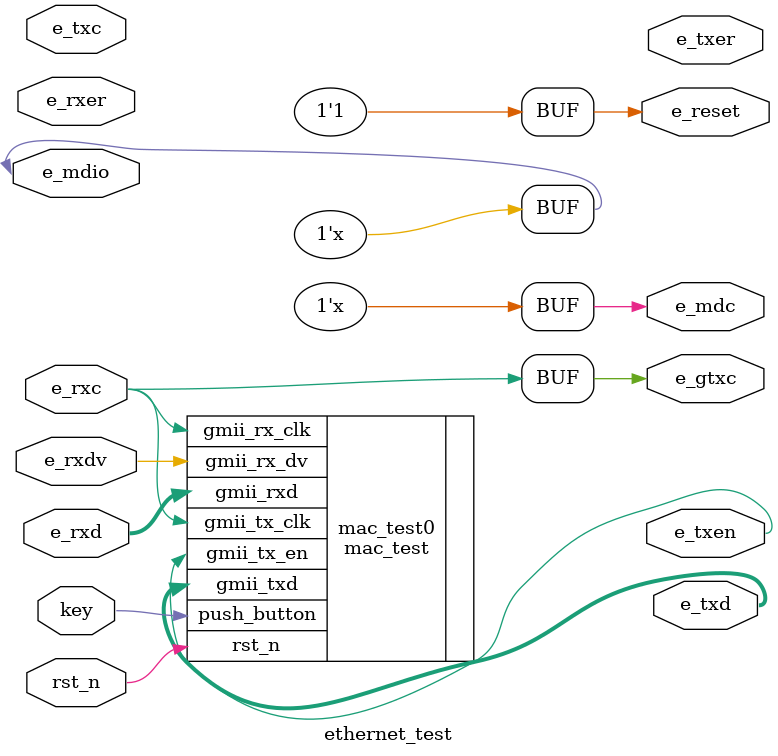
<source format=v>
`timescale 1ns / 1ps  
module ethernet_test
(
    input       key,
    input       rst_n,
	output      e_reset,
    output       e_mdc,                      //MDIOµÄÊ±ÖÓÐÅºÅ£¬ÓÃÓÚ¶ÁÐ´PHYµÄ¼Ä´æÆ÷
    inout        e_mdio,                     //MDIOµÄÊý¾ÝÐÅºÅ£¬ÓÃÓÚ¶ÁÐ´PHYµÄ¼Ä´æÆ÷ 
	input	    e_rxc,                          ////125Mhz ethernet gmii rx clock
    input       e_rxdv,                        //GMII ½ÓÊÕÊý¾ÝÓÐÐ§ÐÅºÅ
    input       e_rxer,                        //GMII ½ÓÊÕÊý¾Ý´íÎóÐÅºÅ                    
    input [7:0] e_rxd,                         //GMII ½ÓÊÕÊý¾Ý          

    input       e_txc,                      //25Mhz ethernet mii tx clock         
    output      e_gtxc,                     //125Mhz ethernet gmii tx clock  
    output      e_txen,                     //GMII ·¢ËÍÊý¾ÝÓÐÐ§ÐÅºÅ    
    output      e_txer,                     //GMII ·¢ËÍÊý¾Ý´íÎóÐÅºÅ                    
    output[7:0] e_txd                      //GMII ·¢ËÍÊý¾Ý 
);

assign e_gtxc=e_rxc;	 
assign e_reset = 1'b1; 

assign  e_mdc=1'bz;
assign  e_mdio=1'bz;
mac_test mac_test0
(
    .gmii_tx_clk            (e_gtxc),
    .gmii_rx_clk            (e_rxc) ,
    .rst_n                  (rst_n),
    .push_button            (key),
    .gmii_rx_dv             (e_rxdv),
    .gmii_rxd               (e_rxd),
    .gmii_tx_en             (e_txen),
    .gmii_txd               (e_txd)
 
); 
endmodule

</source>
